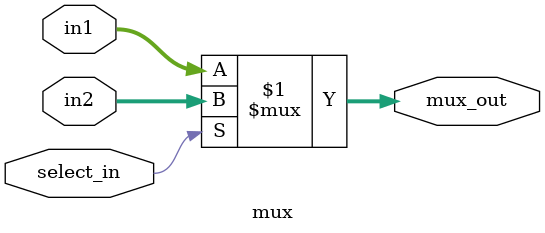
<source format=v>
`timescale 1ns / 1ps


module mux(input [287:0]in1,
           input [287:0]in2,
           input select_in,
          output [287:0]mux_out);
          
     
 assign mux_out = (select_in)? in2: in1;
 
          
          
endmodule

</source>
